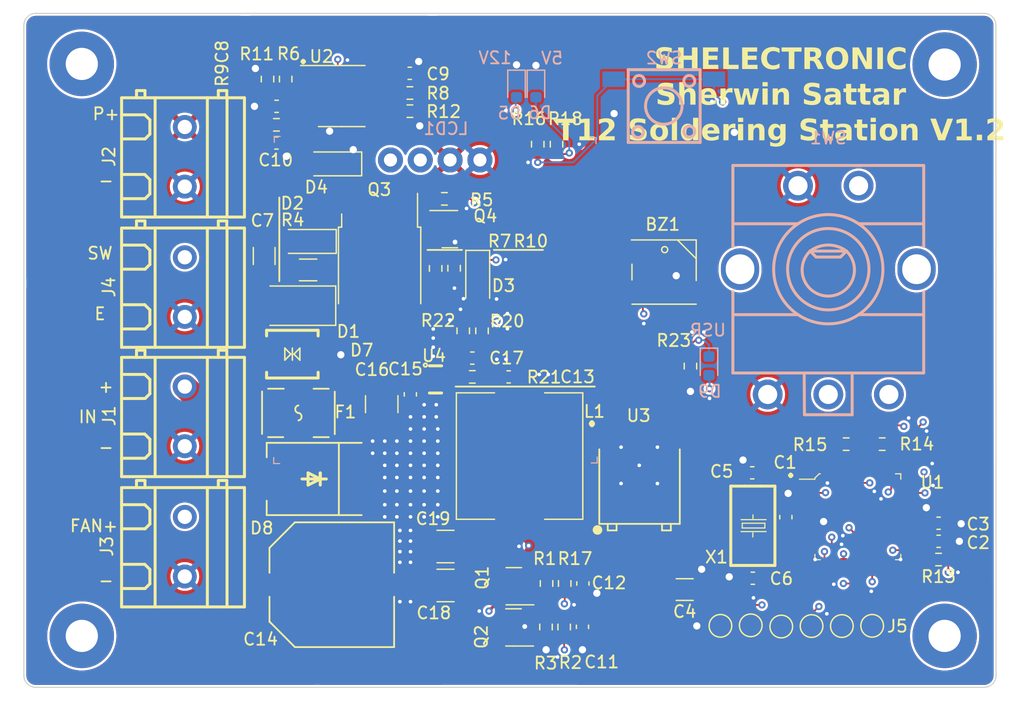
<source format=kicad_pcb>
(kicad_pcb (version 20221018) (generator pcbnew)
  (layers (0 "F.Cu" mixed) (1 "In1.Cu" power) (2 "In2.Cu" signal) (31 "B.Cu" power) (34 "B.Paste" user) (35 "F.Paste" user) (36 "B.SilkS" user "B.Silkscreen") (37 "F.SilkS" user "F.Silkscreen") (38 "B.Mask" user) (39 "F.Mask" user) (44 "Edge.Cuts" user))
  (net 0 "")
  (net 1 "D5")
  (net 2 "GND")
  (net 4 "5V")
  (net 5 "AREF")
  (net 6 "XTAL1")
  (net 7 "XTAL2")
  (net 8 "Net-(D1-K)")
  (net 9 "P+")
  (net 10 "Net-(D4-A)")
  (net 11 "12V")
  (net 12 "Net-(C13-Pad1)")
  (net 13 "Net-(U4-SW)")
  (net 14 "Vin")
  (net 15 "Net-(U4-SS)")
  (net 16 "Net-(D2-K)")
  (net 17 "ADC1")
  (net 18 "Net-(D5-A)")
  (net 19 "Net-(D6-A)")
  (net 20 "Net-(D9-K)")
  (net 21 "Net-(D9-A)")
  (net 22 "Net-(F1-Pad1)")
  (net 23 "FAN")
  (net 24 "D10")
  (net 25 "MISO")
  (net 26 "SCK")
  (net 27 "MOSI")
  (net 28 "RESET")
  (net 29 "SCL")
  (net 30 "SDA")
  (net 31 "Net-(Q1-G)")
  (net 32 "Net-(Q2-B)")
  (net 33 "Net-(Q4-B)")
  (net 34 "D4")
  (net 35 "D9")
  (net 36 "ADC0")
  (net 37 "Net-(U2--IN_A)")
  (net 38 "Net-(U2-+IN_B)")
  (net 39 "Net-(U4-FB)")
  (net 40 "Net-(U4-BST)")
  (net 41 "D7")
  (net 42 "D8")
  (net 43 "D6")
  (net 51 "Net-(U2--IN_B)")
  (footprint "Resistor_SMD:R_1206_3216Metric" (layer "F.Cu") (at 75.8698 109.093)
    (fp_text reference "R4")
    (fp_text value "1k")
  )
  (footprint "MountingHole:MountingHole_2.7mm_M2.5_Pad_TopBottom" (layer "F.Cu") (at 129.2352 139.7762)
    (fp_text reference "H4" hide)
    (fp_text value "MountingHole")
  )
  (footprint "easyeda2kicad:SOT-583-8_L2.1-W1.2-P0.50-LS1.6-BR" (layer "F.Cu") (at 86.552 118.272 180)
    (fp_text reference "U4")
    (fp_text value "TPS62933DRLR")
  )
  (footprint "Resistor_SMD:R_0603_1608Metric" (layer "F.Cu") (at 87.2975 103.1342 180)
    (fp_text reference "R5")
    (fp_text value "10k")
  )
  (footprint "SHERWIN_FOOTPRINT:Buzzer" (layer "F.Cu") (at 105.6894 99.9998)
    (fp_text reference "BZ1")
    (fp_text value "~")
  )
  (footprint "MountingHole:MountingHole_2.7mm_M2.5_Pad_TopBottom" (layer "F.Cu") (at 129.2352 91.8718)
    (fp_text reference "H3" hide)
    (fp_text value "MountingHole")
  )
  (footprint "Resistor_SMD:R_0603_1608Metric" (layer "F.Cu") (at 88.8754 114.1992 90)
    (fp_text reference "R22")
    (fp_text value "10k")
  )
  (footprint "Capacitor_SMD:C_0603_1608Metric" (layer "F.Cu") (at 98.9076 135.382 -90)
    (fp_text reference "C12")
    (fp_text value "330n")
  )
  (footprint "Package_TO_SOT_SMD:TO-252-2" (layer "F.Cu") (at 81.8642 108.8154 -90)
    (fp_text reference "Q3")
    (fp_text value "IRLR7843TRPBF")
  )
  (footprint "Capacitor_SMD:C_0603_1608Metric" (layer "F.Cu") (at 84.442 119.522 -90)
    (fp_text reference "C15")
    (fp_text value "100n")
  )
  (footprint "easyeda2kicad:CONN-TH_2P-P5.00_WJ128V-5.0-2P" (layer "F.Cu") (at 65.532 121.372 -90)
    (fp_text reference "J1")
    (fp_text value "20V- 2A")
  )
  (footprint "digikey-footprints:TQFP-32_7x7mm" (layer "F.Cu") (at 121.9618 129.788)
    (fp_text reference "U1")
    (fp_text value "ATMEGA328PB-AU")
  )
  (footprint "easyeda2kicad:CONN-TH_2P-P5.00_WJ128V-5.0-2P" (layer "F.Cu") (at 65.532 110.53 -90)
    (fp_text reference "J4")
    (fp_text value "SW E IRON")
  )
  (footprint "easyeda2kicad:SMC_L6.9-W5.9-LS7.9-RD" (layer "F.Cu") (at 76.3778 126.619 180)
    (fp_text reference "D8")
    (fp_text value "SK104C")
  )
  (footprint "Capacitor_SMD:C_0603_1608Metric" (layer "F.Cu") (at 113.1062 126.1004)
    (fp_text reference "C5")
    (fp_text value "22p")
  )
  (footprint "Capacitor_SMD:C_0603_1608Metric" (layer "F.Cu") (at 89.6374 116.4852)
    (fp_text reference "C17")
    (fp_text value "33n")
  )
  (footprint "Capacitor_SMD:C_0603_1608Metric" (layer "F.Cu") (at 113.157 134.9396)
    (fp_text reference "C6")
    (fp_text value "22p")
  )
  (footprint "Resistor_SMD:R_0603_1608Metric" (layer "F.Cu") (at 84.4042 95.7834 180)
    (fp_text reference "R12")
    (fp_text value "10k")
  )
  (footprint "Resistor_SMD:R_0603_1608Metric" (layer "F.Cu") (at 97.3836 135.382 -90)
    (fp_text reference "R17")
    (fp_text value "8.9k")
  )
  (footprint "Capacitor_SMD:C_0603_1608Metric" (layer "F.Cu") (at 92.6854 118.06)
    (fp_text reference "C13")
    (fp_text value "100n")
  )
  (footprint "Package_TO_SOT_SMD:SOT-23" (layer "F.Cu") (at 93.091 139.065 180)
    (fp_text reference "Q2")
    (fp_text value "MMBT2222A")
  )
  (footprint "MountingHole:MountingHole_2.7mm_M2.5_Pad_TopBottom" (layer "F.Cu") (at 56.896 139.7762)
    (fp_text reference "H2" hide)
    (fp_text value "MountingHole")
  )
  (footprint "Resistor_SMD:R_0603_1608Metric" (layer "F.Cu") (at 124.0028 123.698)
    (fp_text reference "R14")
    (fp_text value "10k")
  )
  (footprint "Capacitor_SMD:C_1210_3225Metric" (layer "F.Cu") (at 87.39 132.284 180)
    (fp_text reference "C19")
    (fp_text value "22u")
  )
  (footprint "Package_SO:SOIC-8_3.9x4.9mm_P1.27mm" (layer "F.Cu") (at 78.6892 94.5134)
    (fp_text reference "U2")
    (fp_text value "OPA2333AIDR")
  )
  (footprint "Resistor_SMD:R_0603_1608Metric" (layer "F.Cu") (at 96.6978 98.552 -90)
    (fp_text reference "R18")
    (fp_text value "1.5k")
  )
  (footprint "MountingHole:MountingHole_2.7mm_M2.5_Pad_TopBottom" (layer "F.Cu") (at 56.896 91.821)
    (fp_text reference "H1" hide)
    (fp_text value "MountingHole")
  )
  (footprint "Capacitor_SMD:C_1206_3216Metric" (layer "F.Cu") (at 107.442 135.89 180)
    (fp_text reference "C4")
    (fp_text value "47u")
  )
  (footprint "Capacitor_SMD:C_0603_1608Metric" (layer "F.Cu") (at 73.2152 98.4504 180)
    (fp_text reference "C10")
    (fp_text value "1u")
  )
  (footprint "Resistor_SMD:R_0603_1608Metric" (layer "F.Cu") (at 97.3378 139.02905 90)
    (fp_text reference "R2")
    (fp_text value "1k")
  )
  (footprint "Resistor_SMD:R_0603_1608Metric" (layer "F.Cu") (at 128.7272 133.3754 180)
    (fp_text reference "R13")
    (fp_text value "10k")
  )
  (footprint "Resistor_SMD:R_0603_1608Metric" (layer "F.Cu") (at 95.123 98.552 90)
    (fp_text reference "R16")
    (fp_text value "10k")
  )
  (footprint "Resistor_SMD:R_0603_1608Metric" (layer "F.Cu") (at 88.1103 108.9508 90)
    (fp_text reference "R10")
    (fp_text value "10k")
  )
  (footprint "Resistor_SMD:R_0603_1608Metric" (layer "F.Cu") (at 90.4502 114.1992 -90)
    (fp_text reference "R20")
    (fp_text value "140k")
  )
  (footprint "Diode_SMD:D_SMA" (layer "F.Cu") (at 74.676 112.0902 180)
    (fp_text reference "D1")
    (fp_text value "D_Schottky_SS54")
  )
  (footprint "Capacitor_SMD:C_0603_1608Metric" (layer "F.Cu") (at 115.9256 129.8194 -90)
    (fp_text reference "C1")
    (fp_text value "100n")
  )
  (footprint "Resistor_SMD:R_0603_1608Metric" (layer "F.Cu") (at 89.6374 118.06)
    (fp_text reference "R21")
    (fp_text value "0")
  )
  (footprint "Resistor_SMD:R_0603_1608Metric" (layer "F.Cu") (at 95.8138 139.02905 90)
    (fp_text reference "R3")
    (fp_text value "10k")
  )
  (footprint "Capacitor_SMD:C_0603_1608Metric" (layer "F.Cu") (at 84.3912 92.6084 180)
    (fp_text reference "C9")
    (fp_text value "100n")
  )
  (footprint "Capacitor_SMD:C_1206_3216Metric" (layer "F.Cu") (at 72.1868 107.9246 90)
    (fp_text reference "C7")
    (fp_text value "10u")
  )
  (footprint "Resistor_SMD:R_0603_1608Metric" (layer "F.Cu") (at 107.9246 117.157 -90)
    (fp_text reference "R23")
    (fp_text value "1.5k")
  )
  (footprint "Capacitor_SMD:C_1210_3225Metric" (layer "F.Cu") (at 87.39 135.548 180)
    (fp_text reference "C18")
    (fp_text value "22u")
  )
  (footprint "Capacitor_SMD:C_0603_1608Metric" (layer "F.Cu") (at 73.2282 95.377)
    (fp_text reference "C8")
    (fp_text value "2.2n")
  )
  (footprint "Capacitor_SMD:C_0603_1608Metric" (layer "F.Cu") (at 128.7312 131.8454 180)
    (fp_text reference "C2")
    (fp_text value "100n")
  )
  (footprint "Resistor_SMD:R_0603_1608Metric" (layer "F.Cu") (at 73.216 96.9264)
    (fp_text reference "R9")
    (fp_text value "10k")
  )
  (footprint "Resistor_SMD:R_0603_1608Metric" (layer "F.Cu") (at 95.8596 135.382 90)
    (fp_text reference "R1")
    (fp_text value "1k")
  )
  (footprint "easyeda2kicad:CAP-SMD_BD10.0-L10.3-W10.3-LS10.9-FD" (layer "F.Cu") (at 77.851 135.4836)
    (fp_text reference "C14")
    (fp_text value "680uF")
  )
  (footprint "easyeda2kicad:CONN-TH_2P-P5.00_WJ128V-5.0-2P" (layer "F.Cu") (at 65.532 132.294 -90)
    (fp_text reference "J3")
    (fp_text value "+12V FAN")
  )
  (footprint "easyeda2kicad:TO-252-2_L6.5-W6.1-P4.58-LS10.0-TL" (layer "F.Cu") (at 103.632 129.032 90)
    (fp_text reference "U3")
    (fp_text value "ME78M05K3G")
  )
  (footprint "Capacitor_SMD:C_0603_1608Metric" (layer "F.Cu") (at 128.735 130.33 180)
    (fp_text reference "C3")
    (fp_text value "100n")
  )
  (footprint "Resistor_SMD:R_0603_1608Metric" (layer "F.Cu") (at 120.9802 123.698 180)
    (fp_text reference "R15")
    (fp_text value "10k")
  )
  (footprint "easyeda2kicad:OSC-SMD_L5.0-W3.2" (layer "F.Cu") (at 113.157 130.538 90)
    (fp_text reference "X1")
    (fp_text value "16MHZ")
  )
  (footprint "Resistor_SMD:R_0603_1608Metric" (layer "F.Cu") (at 72.4662 93.091 -90)
    (fp_text reference "R11")
    (fp_text value "1k")
  )
  (footprint "easyeda2kicad:CONN-TH_2P-P5.00_WJ128V-5.0-2P" (layer "F.Cu") (at 65.532 99.608 -90)
    (fp_text reference "J2")
    (fp_text value "P+ P- IRON")
  )
  (footprint "easyeda2kicad:F1812" (layer "F.Cu") (at 75.057 121.0818)
    (fp_text reference "F1")
    (fp_text value "1812L300/24GR")
  )
  (footprint "SHERWIN_FOOTPRINT:ISP_1x6" (layer "F.Cu") (at 128.24 138.95 -90)
    (fp_text reference "J5")
    (fp_text value "~")
  )
  (footprint "Resistor_SMD:R_0603_1608Metric" (layer "F.Cu") (at 73.9902 93.091 -90)
    (fp_text reference "R6")
    (fp_text value "200k")
  )
  (footprint "Package_TO_SOT_SMD:SOT-23" (layer "F.Cu") (at 93.1164 135.6106 180)
    (fp_text reference "Q1")
    (fp_text value "PMOS")
  )
  (footprint "easyeda2kicad:DO-214AA_L4.4-W3.6-LS5.3-BI" (layer "F.Cu") (at 74.549 116.1542)
    (fp_text reference "D7")
    (fp_text value "P6SMB")
  )
  (footprint "Resistor_SMD:R_0603_1608Metric" (layer "F.Cu") (at 84.4042 94.2594 180)
    (fp_text reference "R8")
    (fp_text value "10k")
  )
  (footprint "Diode_SMD:D_SOD-123" (layer "F.Cu") (at 90.0915 109.8144 -90)
    (fp_text reference "D3")
    (fp_text value "D_Zener_5V1")
  )
  (footprint "Inductor_SMD:L_10.4x10.4_H4.8" (layer "F.Cu") (at 93.5998 124.6992 -90)
    (fp_text reference "L1")
    (fp_text value "15u")
  )
  (footprint "Capacitor_SMD:C_0603_1608Metric" (layer "F.Cu") (at 98.872 139.0165 -90)
    (fp_text reference "C11")
    (fp_text value "100n")
  )
  (footprint "Package_TO_SOT_SMD:SOT-23" (layer "F.Cu") (at 87.7547 105.6742)
    (fp_text reference "Q4")
    (fp_text value "FMMT619")
  )
  (footprint "Diode_SMD:D_SOD-123" (layer "F.Cu") (at 78.0034 100.203 180)
    (fp_text reference "D4")
    (fp_text value "1N4148W")
  )
  (footprint "Resistor_SMD:R_0603_1608Metric" (layer "F.Cu") (at 86.5632 108.966 90)
    (fp_text reference "R7")
    (fp_text value "47k")
  )
  (footprint "Diode_SMD:D_SOD-123" (layer "F.Cu") (at 75.8698 106.7054 180)
    (fp_text reference "D2")
    (fp_text value "D_Zener_18V")
  )
  (footprint "Capacitor_SMD:C_1210_3225Metric" (layer "F.Cu") (at 82.042 120.347 -90)
    (fp_text reference "C16")
    (fp_text value "10u")
  )
  (footprint "easyeda2kicad:SW-TH_PEC16-4020F-S0024" (layer "B.Cu") (at 119.4816 110.7824 180)
    (fp_text reference "SW1")
    (fp_text value "PEC16-4020F-S0024")
  )
  (footprint "SHERWIN_FOOTPRINT:oled0.96_4pin" (layer "B.Cu") (at 100.261 97.7414 180)
    (fp_text reference "LCD1")
    (fp_text value "SSD1306")
  )
  (footprint "LED_SMD:LED_0603_1608Metric" (layer "B.Cu") (at 94.9706 93.8276 -90)
    (fp_text reference "D6")
    (fp_text value "LED 2 blue")
  )
  (footprint "LED_SMD:LED_0603_1608Metric" (layer "B.Cu") (at 93.345 93.8276 -90)
    (fp_text reference "D5")
    (fp_text value "LED 1 blue")
  )
  (footprint "easyeda2kicad:KEY-SMD_4P-L6.0-W6.0-P4.50-LS9.0" (layer "B.Cu") (at 105.6894 95.3516 180)
    (fp_text reference "SW2")
    (fp_text value "PTS645SH50SMTR92LFS")
  )
  (footprint "LED_SMD:LED_0603_1608Metric" (layer "B.Cu") (at 109.4794 117.134 -90)
    (fp_text reference "D9")
    (fp_text value "LED3 red")
  )
  (gr_line (start 73.4568 110.0328) (end 73.4568 103.0224) (stroke (width 0.1524)) (layer "F.SilkS"))
  (gr_line (start 99.8982 118.872) (end 88.2396 118.872) (stroke (width 0.1524)) (layer "F.SilkS"))
  (gr_line (start 95.5548 107.4166) (end 91.44 107.4166) (stroke (width 0.1524)) (layer "F.SilkS"))
  (gr_line (start 88.773 107.4166) (end 85.8774 107.4166) (stroke (width 0.1524)) (layer "F.SilkS"))
  (gr_arc (start 53.03278 144.087321) (mid 52.3314 143.7968) (end 52.040879 143.09542) (stroke (width 0.1)) (layer "Edge.Cuts"))
  (gr_arc (start 52.040879 88.577201) (mid 52.3314 87.875821) (end 53.03278 87.5853) (stroke (width 0.1)) (layer "Edge.Cuts"))
  (gr_line (start 52.040879 88.577201) (end 52.040879 143.09542) (stroke (width 0.1)) (layer "Edge.Cuts"))
  (gr_arc (start 132.5446 87.5853) (mid 133.272345 87.903217) (end 133.533586 88.653176) (stroke (width 0.1)) (layer "Edge.Cuts"))
  (gr_line (start 132.55442 144.087322) (end 53.03278 144.087321) (stroke (width 0.1)) (layer "Edge.Cuts"))
  (gr_arc (start 133.546321 143.095421) (mid 133.255794 143.796794) (end 132.55442 144.087322) (stroke (width 0.1)) (layer "Edge.Cuts"))
  (gr_line (start 132.5446 87.5853) (end 53.0346 87.5853) (stroke (width 0.1)) (layer "Edge.Cuts"))
  (gr_line (start 133.533586 88.653176) (end 133.546321 143.095421) (stroke (width 0.1)) (layer "Edge.Cuts"))
  (gr_text "12V\n\n" (at 91.5416 92.1258) (layer "B.SilkS") (effects (font (size 1.016 1) (thickness 0.1524)) (justify mirror)))
  (gr_text "USR" (at 109.3978 114.1476) (layer "B.SilkS") (effects (font (size 1.016 1) (thickness 0.1524)) (justify mirror)))
  (gr_text "5V\n" (at 96.3168 91.3384) (layer "B.SilkS") (effects (font (size 1.016 1) (thickness 0.1524)) (justify mirror)))
  (gr_text "SHELECTRONIC\nSherwin Sattar\nT12 Soldering Station V1.2" (at 115.4938 98.5266) (layer "F.SilkS") (effects (font (size 1.778 1.778) (thickness 0.1778) bold) (justify bottom)))
  (gr_text "P+" (at 58.928 96.012) (layer "F.SilkS") (effects (font (size 1.016 1) (thickness 0.1524))))
  (gr_text "-\n" (at 58.928 135.128) (layer "F.SilkS") (effects (font (size 1.016 1) (thickness 0.1524))))
  (gr_text "FAN+" (at 57.912 130.556) (layer "F.SilkS") (effects (font (size 1.016 1) (thickness 0.1524))))
  (gr_text "E" (at 58.42 112.776) (layer "F.SilkS") (effects (font (size 1.016 1) (thickness 0.1524))))
  (gr_text "SW" (at 58.42 107.696) (layer "F.SilkS") (effects (font (size 1.016 1) (thickness 0.1524))))
  (gr_text "." (at 99.06 122.3518) (layer "F.SilkS") (effects (font (size 2.032 1.5) (thickness 0.375) bold) (justify left bottom)))
  (gr_text "-\n" (at 58.928 101.6) (layer "F.SilkS") (effects (font (size 1.016 1) (thickness 0.1524))))
  (gr_text "+" (at 58.928 118.872) (layer "F.SilkS") (effects (font (size 1.016 1) (thickness 0.1524))))
  (gr_text "." (at 115.7732 126.5936) (layer "F.SilkS") (effects (font (size 1.524 1.5) (thickness 0.3048) bold) (justify left bottom)))
  (gr_text "IN\n" (at 57.404 121.412) (layer "F.SilkS") (effects (font (size 1.016 1) (thickness 0.1524))))
  (gr_text "." (at 74.9046 91.8972) (layer "F.SilkS") (effects (font (size 1.524 1.5) (thickness 0.3048) bold) (justify left bottom)))
  (gr_text "-\n" (at 58.928 123.952) (layer "F.SilkS") (effects (font (size 1.016 1) (thickness 0.1524))))
  (segment (start 103.9368 110.998) (end 103.9622 110.998) (width 0.1524) (layer "F.Cu") (net 1))
  (segment (start 103.9368 112.6998) (end 103.9368 110.998) (width 0.1524) (layer "F.Cu") (net 1))
  (segment (start 119.1618 133.988) (end 119.1618 132.7) (width 0.1524) (layer "F.Cu") (net 1))
  (segment (start 119.1618 132.7) (end 119.1514 132.6896) (width 0.1524) (layer "F.Cu") (net 1))
  (segment (start 104.013 112.776) (end 103.9368 112.6998) (width 0.1524) (layer "F.Cu") (net 1))
  (via (at 119.1618 132.7) (size 0.6096) (drill 0.3048) (layers "F.Cu" "B.Cu") (net 1))
  (via (at 104.013 112.776) (size 0.6096) (drill 0.3048) (layers "F.Cu" "B.Cu") (net 1))
  (segment (start 107.4928 110.998) (end 107.4928 110.3376) (width 0.762) (layer "F.Cu") (net 2))
  (segment (start 72.4532 95.377) (end 71.4248 95.377) (width 0.508) (layer "F.Cu") (net 2))
  (segment (start 116.1161 127.8255) (end 115.9256 128.016) (width 0.508) (layer "F.Cu") (net 2))
  (segment (start 88.0568 106.6242) (end 86.8172 106.6242) (width 0.508) (layer "F.Cu") (net 2))
  (segment (start 71.5142 92.266) (end 72.4662 92.266) (width 0.508) (layer "F.Cu") (net 2))
  (segment (start 116.4212 129.0444) (end 116.8776 128.588) (width 0.508) (layer "F.Cu") (net 2))
  (segment (start 108.917 135.89) (end 108.917 134.2408) (width 0.762) (layer "F.Cu") (net 2))
  (segment (start 94.0285 138.9865) (end 94.0308 138.9888) (width 0.508) (layer "F.Cu") (net 2))
  (segment (start 78.5622 116.1542) (end 78.613 116.205) (width 0.762) (layer "F.Cu") (net 2))
  (segment (start 85.1662 92.6084) (end 85.1662 91.6427) (width 0.508) (layer "F.Cu") (net 2))
  (segment (start 115.9256 128.016) (end 115.9256 129.0444) (width 0.508) (layer "F.Cu") (net 2))
  (segment (start 79.6534 100.203) (end 79.6534 99.0102) (width 0.762) (layer "F.Cu") (net 2))
  (segment (start 130.6232 130.3722) (end 129.5186 130.3722) (width 0.508) (layer "F.Cu") (net 2))
  (segment (start 98.872 140.9355) (end 98.8712 140.9363) (width 0.254) (layer "F.Cu") (net 2))
  (segment (start 111.1758 134.874) (end 111.2414 134.9396) (width 0.762) (layer "F.Cu") (net 2))
  (segment (start 88.1888 106.7562) (end 88.0568 106.6242) (width 0.508) (layer "F.Cu") (net 2))
  (segment (start 127.3402 129.388) (end 126.1618 129.388) (width 0.508) (layer "F.Cu") (net 2))
  (segment (start 77.6732 96.6978) (end 77.3938 96.4184) (width 0.508) (layer "F.Cu") (net 2))
  (segment (start 95.8138 140.9269) (end 95.8232 140.9363) (width 0.762) (layer "F.Cu") (net 2))
  (segment (start 130.4708 131.8454) (end 129.5062 131.8454) (width 0.508) (layer "F.Cu") (net 2))
  (segment (start 107.4928 110.3376) (end 106.7308 109.5756) (width 0.762) (layer "F.Cu") (net 2))
  (segment (start 111.1758 134.8232) (end 111.1758 134.874) (width 0.762) (layer "F.Cu") (net 2))
  (segment (start 107.9246 117.982) (end 107.9246 119.2784) (width 0.762) (layer "F.Cu") (net 2))
  (segment (start 98.9076 136.157) (end 100.0382 136.157) (width 0.762) (layer "F.Cu") (net 2))
  (segment (start 94.0285 138.115) (end 94.0285 138.9865) (width 0.508) (layer "F.Cu") (net 2))
  (segment (start 95.8138 139.85405) (end 95.8138 140.9269) (width 0.762) (layer "F.Cu") (net 2))
  (segment (start 73.9902 98.4504) (end 73.9902 99.5172) (width 0.508) (layer "F.Cu") (net 2))
  (segment (start 98.872 139.7915) (end 98.872 140.9355) (width 0.762) (layer "F.Cu") (net 2))
  (segment (start 85.2292 97.0158) (end 85.2292 95.7834) (width 0.508) (layer "F.Cu") (net 2))
  (segment (start 112.3312 125.0318) (end 112.3312 126.1004) (width 0.762) (layer "F.Cu") (net 2))
  (segment (start 77.6732 97.4598) (end 77.6732 96.6978) (width 0.508) (layer "F.Cu") (net 2))
  (segment (start 79.6534 99.0102) (end 79.6544 99.0092) (width 0.762) (layer "F.Cu") (net 2))
  (segment (start 108.917 134.2408) (end 108.8644 134.1882) (width 0.762) (layer "F.Cu") (net 2))
  (segment (start 79.6534 100.203) (end 79.6544 100.202) (width 0.762) (layer "F.Cu") (net 2))
  (segment (start 117.7618 130.188) (end 119.0882 130.188) (width 0.508) (layer "F.Cu") (net 2))
  (segment (start 111.2414 134.9396) (end 112.382 134.9396) (width 0.762) (layer "F.Cu") (net 2))
  (segment (start 116.8776 128.588) (end 117.7618 128.588) (width 0.508) (layer "F.Cu") (net 2))
  (segment (start 71.4502 92.202) (end 71.5142 92.266) (width 0.508) (layer "F.Cu") (net 2))
  (segment (start 115.9256 129.0444) (end 116.4212 129.0444) (width 0.508) (layer "F.Cu") (net 2))
  (segment (start 110.432 138.938) (end 110.44 138.93) (width 0.762) (layer "F.Cu") (net 2))
  (segment (start 108.458 138.938) (end 110.432 138.938) (width 0.762) (layer "F.Cu") (net 2))
  (segment (start 76.759 116.1542) (end 78.5622 116.1542) (width 0.762) (layer "F.Cu") (net 2))
  (segment (start 71.2724 95.2754) (end 71.374 95.377) (width 0.2032) (layer "F.Cu") (net 2))
  (segment (start 100.0382 136.157) (end 100.076 136.1948) (width 0.762) (layer "F.Cu") (net 2))
  (segment (start 73.9902 99.5172) (end 74.041 99.568) (width 0.2032) (layer "F.Cu") (net 2))
  (segment (start 77.3938 96.4184) (end 76.2142 96.4184) (width 0.508) (layer "F.Cu") (net 2))
  (segment (start 71.2724 95.2246) (end 71.2724 95.2754) (width 0.2032) (layer "F.Cu") (net 2))
  (segment (start 85.1662 91.6427) (end 85.1408 91.6173) (width 0.508) (layer "F.Cu") (net 2))
  (segment (start 127.7022 129.026) (end 127.3402 129.388) (width 0.508) (layer "F.Cu") (net 2))
  (via (at 85.598 120.396) (size 0.6096) (drill 0.3048) (layers "F.Cu" "B.Cu") (net 2))
  (via (at 84.455 126.492) (size 0.6096) (drill 0.3048) (layers "F.Cu" "B.Cu") (net 2))
  (via (at 82.296 129.794) (size 0.6096) (drill 0.3048) (layers "F.Cu" "B.Cu") (net 2))
  (via (at 86.614 120.396) (size 0.6096) (drill 0.3048) (layers "F.Cu" "B.Cu") (net 2))
  (via (at 128.258514 127.166088) (size 0.6096) (drill 0.3048) (layers "F.Cu" "B.Cu") (net 2))
  (via (at 95.8232 140.9363) (size 0.9144) (drill 0.6096) (layers "F.Cu" "B.Cu") (net 2))
  (via (at 106.7308 109.5756) (size 0.9144) (drill 0.6096) (layers "F.Cu" "B.Cu") (net 2))
  (via (at 84.455 125.476) (size 0.6096) (drill 0.3048) (layers "F.Cu" "B.Cu") (net 2))
  (via (at 102.108 127) (size 0.6096) (drill 0.3048) (layers "F.Cu" "B.Cu") (net 2))
  (via (at 71.4502 92.202) (size 0.9144) (drill 0.6096) (layers "F.Cu" "B.Cu") (net 2))
  (via (at 83.312 129.794) (size 0.6096) (drill 0.3048) (layers "F.Cu" "B.Cu") (net 2))
  (via (at 92.456 116.586) (size 0.6096) (drill 0.3048) (layers "F.Cu" "B.Cu") (net 2))
  (via (at 92.457015 95.710792) (size 0.6096) (drill 0.3048) (layers "F.Cu" "B.Cu") (net 2))
  (via (at 98.8712 140.9363) (size 0.9144) (drill 0.6096) (layers "F.Cu" "B.Cu") (net 2))
  (via (at 93.345 91.8972) (size 0.9144) (drill 0.6096) (layers "F.Cu" "B.Cu") (net 2))
  (via (at 84.455 130.937) (size 0.6096) (drill 0.3048) (layers "F.Cu" "B.Cu") (net 2))
  (via (at 89.154 103.936303) (size 0.6096) (drill 0.3048) (layers "F.Cu" "B.Cu") (net 2))
  (via (at 82.296 128.778) (size 0.6096) (drill 0.3048) (layers "F.Cu" "B.Cu") (net 2))
  (via (at 91.694 116.586) (size 0.6096) (drill 0.3048) (layers "F.Cu" "B.Cu") (net 2))
  (via (at 78.613 116.205) (size 0.9144) (drill 0.6096) (layers "F.Cu" "B.Cu") (net 2))
  (via (at 82.296 126.492) (size 0.6096) (drill 0.3048) (layers "F.Cu" "B.Cu") (net 2))
  (via (at 104.013 113.588303) (size 0.6096) (drill 0.3048) (layers "F.Cu" "B.Cu") (net 2))
  (via (at 83.312 125.476) (size 0.6096) (drill 0.3048) (layers "F.Cu" "B.Cu") (net 2))
  (via (at 113.207222 136.585981) (size 0.6096) (drill 0.3048) (layers "F.Cu" "B.Cu") (net 2))
  (via (at 111.1758 134.8232) (size 0.9144) (drill 0.6096) (layers "F.Cu" "B.Cu") (net 2))
  (via (at 128.1938 125.3236) (size 0.6096) (drill 0.3048) (layers "F.Cu" "B.Cu") (net 2))
  (via (at 90.221297 137.6929) (size 0.6096) (drill 0.3048) (layers "F.Cu" "B.Cu") (net 2))
  (via (at 116.1161 127.8255) (size 0.9144) (drill 0.6096) (layers "F.Cu" "B.Cu") (net 2))
  (via (at 85.598 127.635) (size 0.6096) (drill 0.3048) (layers "F.Cu" "B.Cu") (net 2))
  (via (at 84.455 128.778) (size 0.6096) (drill 0.3048) (layers "F.Cu" "B.Cu") (net 2))
  (via (at 120.592283 132.098383) (size 0.6096) (drill 0.3048) (layers "F.Cu" "B.Cu") (net 2))
  (via (at 84.455 121.412) (size 0.6096) (drill 0.3048) (layers "F.Cu" "B.Cu") (net 2))
  (via (at 83.566 132.715) (size 0.6096) (drill 0.3048) (layers "F.Cu" "B.Cu") (net 2))
  (via (at 85.598 124.46) (size 0.6096) (drill 0.3048) (layers "F.Cu" "B.Cu") (net 2))
  (via (at 109.5248 119.862103) (size 0.6096) (drill 0.3048) (layers "F.Cu" "B.Cu") (net 2))
  (via (at 74.041 99.568) (size 0.9144) (drill 0.6096) (layers "F.Cu" "B.Cu") (net 2))
  (via (at 86.741 124.46) (size 0.6096) (drill 0.3048) (layers "F.Cu" "B.Cu") (net 2))
  (via (at 83.566 136.906) (size 0.6096) (drill 0.3048) (layers "F.Cu" "B.Cu") (net 2))
  (via (at 105.156 123.952) (size 0.6096) (drill 0.3048) (layers "F.Cu" "B.Cu") (net 2))
  (via (at 79.6544 99.0092) (size 0.9144) (drill 0.6096) (layers "F.Cu" "B.Cu") (net 2))
  (via (at 81.28 124.46) (size 0.6096) (drill 0.3048) (layers "F.Cu" "B.Cu") (net 2))
  (via (at 109.046505 114.300492) (size 0.6096) (drill 0.3048) (layers "F.Cu" "B.Cu") (net 2))
  (via (at 127.723399 122.601959) (size 0.6096) (drill 0.3048) (layers "F.Cu" "B.Cu") (net 2))
  (via (at 85.598 128.778) (size 0.6096) (drill 0.3048) (layers "F.Cu" "B.Cu") (net 2))
  (via (at 84.455 133.604) (size 0.6096) (drill 0.3048) (layers "F.Cu" "B.Cu") (net 2))
  (via (at 85.598 121.412) (size 0.6096) (drill 0.3048) (layers "F.Cu" "B.Cu") (net 2))
  (via (at 98.6028 98.552) (size 0.6096) (drill 0.3048) (layers "F.Cu" "B.Cu") (net 2))
  (via (at 88.1888 106.7562) (size 0.8) (drill 0.4) (layers "F.Cu" "B.Cu") (net 2))
  (via (at 127.7022 129.026) (size 0.9144) (drill 0.6096) (layers "F.Cu" "B.Cu") (net 2))
  (via (at 83.312 128.778) (size 0.6096) (drill 0.3048) (layers "F.Cu" "B.Cu") (net 2))
  (via (at 91.6686 111.5314) (size 0.6096) (drill 0.3048) (layers "F.Cu" "B.Cu") (net 2))
  (via (at 102.108 123.952) (size 0.6096) (drill 0.3048) (layers "F.Cu" "B.Cu") (net 2))
  (via (at 130.6232 130.3722) (size 0.9144) (drill 0.6096) (layers "F.Cu" "B.Cu") (net 2))
  (via (at 82.296 127.635) (size 0.6096) (drill 0.3048) (layers "F.Cu" "B.Cu") (net 2))
  (via (at 86.36 114.808) (size 0.6096) (drill 0.3048) (layers "F.Cu" "B.Cu") (net 2))
  (via (at 84.455 127.635) (size 0.6096) (drill 0.3048) (layers "F.Cu" "B.Cu") (net 2))
  (via (at 83.312 123.444) (size 0.6096) (drill 0.3048) (layers "F.Cu" "B.Cu") (net 2))
  (via (at 98.166191 137.167385) (size 0.6096) (drill 0.3048) (layers "F.Cu" "B.Cu") (net 2))
  (via (at 83.312 127.635) (size 0.6096) (drill 0.3048) (layers "F.Cu" "B.Cu") (net 2))
  (via (at 94.9706 91.948) (size 0.9144) (drill 0.6096) (layers "F.Cu" "B.Cu") (net 2))
  (via (at 83.312 124.46) (size 0.6096) (drill 0.3048) (layers "F.Cu" "B.Cu") (net 2))
  (via (at 85.598 123.444) (size 0.6096) (drill 0.3048) (layers "F.Cu" "B.Cu") (net 2))
  (via (at 96.012 117.856) (size 0.6096) (drill 0.3048) (layers "F.Cu" "B.Cu") (net 2))
  (via (at 82.296 123.444) (size 0.6096) (drill 0.3048) (layers "F.Cu" "B.Cu") (net 2))
  (via (at 130.352303 134.4422) (size 0.6096) (drill 0.3048) (layers "F.Cu" "B.Cu") (net 2))
  (via (at 85.1408 91.6173) (size 0.9144) (drill 0.6096) (layers "F.Cu" "B.Cu") (net 2))
  (via (at 84.455 122.428) (size 0.6096) (drill 0.3048) (layers "F.Cu" "B.Cu") (net 2))
  (via (at 83.566 133.604) (size 0.6096) (drill 0.3048) (layers "F.Cu" "B.Cu") (net 2))
  (via (at 84.455 129.794) (size 0.6096) (drill 0.3048) (layers "F.Cu" "B.Cu") (net 2))
  (via (at 118.379298 133.370502) (size 0.6096) (drill 0.3048) (layers "F.Cu" "B.Cu") (net 2))
  (via (at 105.156 127) (size 0.6096) (drill 0.3048) (layers "F.Cu" "B.Cu") (net 2))
  (via (at 84.455 136.906) (size 0.6096) (drill 0.3048) (layers "F.Cu" "B.Cu") (net 2))
  (via (at 86.36 115.57) (size 0.6096) (drill 0.3048) (layers "F.Cu" "B.Cu") (net 2))
  (via (at 92.583 114.0209) (size 0.6096) (drill 0.3048) (layers "F.Cu" "B.Cu") (net 2))
  (via (at 108.049525 114.3) (size 0.6096) (drill 0.3048) (layers "F.Cu" "B.Cu") (net 2))
  (via (at 83.566 130.937) (size 0.6096) (drill 0.3048) (layers "F.Cu" "B.Cu") (net 2))
  (via (at 84.455 131.826) (size 0.6096) (drill 0.3048) (layers "F.Cu" "B.Cu") (net 2))
  (via (at 88.646 112.395) (size 0.6096) (drill 0.3048) (layers "F.Cu" "B.Cu") (net 2))
  (via (at 119.357825 137.9215) (size 0.6096) (drill 0.3048) (layers "F.Cu" "B.Cu") (net 2))
  (via (at 86.741 122.428) (size 0.6096) (drill 0.3048) (layers "F.Cu" "B.Cu") (net 2))
  (via (at 86.36 116.332) (size 0.6096) (drill 0.3048) (layers "F.Cu" "B.Cu") (net 2))
  (via (at 108.458 138.938) (size 0.9144) (drill 0.6096) (layers "F.Cu" "B.Cu") (net 2))
  (via (at 123.086365 136.038392) (size 0.6096) (drill 0.3048) (layers "F.Cu" "B.Cu") (net 2))
  (via (at 123.3424 127.6599) (size 0.6096) (drill 0.3048) (layers "F.Cu" "B.Cu") (net 2))
  (via (at 82.296 124.46) (size 0.6096) (drill 0.3048) (layers "F.Cu" "B.Cu") (net 2))
  (via (at 126.221435 121.505073) (size 0.6096) (drill 0.3048) (layers "F.Cu" "B.Cu") (net 2))
  (via (at 88.138 110.617) (size 0.6096) (drill 0.3048) (layers "F.Cu" "B.Cu") (net 2))
  (via (at 85.598 122.428) (size 0.6096) (drill 0.3048) (layers "F.Cu" "B.Cu") (net 2))
  (via (at 94.310697 100.076) (size 0.6096) (drill 0.3048) (layers "F.Cu" "B.Cu") (net 2))
  (via (at 123.9017 128.285585) (size 0.6096) (drill 0.3048) (layers "F.Cu" "B.Cu") (net 2))
  (via (at 95.25 117.856) (size 0.6096) (drill 0.3048) (layers "F.Cu" "B.Cu") (net 2))
  (via (at 96.780215 141.543189) (size 0.6096) (drill 0.3048) (layers "F.Cu" "B.Cu") (net 2))
  (via (at 94.0308 138.9888) (size 0.8) (drill 0.4) (layers "F.Cu" "B.Cu") (net 2))
  (via (at 84.455 124.46) (size 0.6096) (drill 0.3048) (layers "F.Cu" "B.Cu") (net 2))
  (via (at 86.741 123.444) (size 0.6096) (drill 0.3048) (layers "F.Cu" "B.Cu") (net 2))
  (via (at 101.5238 95.9866) (size 0.9144) (drill 0.6096) (layers "F.Cu" "B.Cu") (net 2))
  (via (at 88.9 111.506) (size 0.6096) (drill 0.3048) (layers "F.Cu" "B.Cu") (net 2))
  (via (at 86.741 129.794) (size 0.6096) (drill 0.3048) (layers "F.Cu" "B.Cu") (net 2))
  (via (at 92.429502 108.22358) (size 0.6096) (drill 0.3048) (layers "F.Cu" "B.Cu") (net 2))
  (via (at 100.076 136.1948) (size 0.9144) (drill 0.6096) (layers "F.Cu" "B.Cu") (net 2))
  (via (at 86.36 114.046) (size 0.6096) (drill 0.3048) (layers "F.Cu" "B.Cu") (net 2))
  (via (at 82.296 125.476) (size 0.6096) (drill 0.3048) (layers "F.Cu" "B.Cu") (net 2))
  (via (at 83.312 126.492) (size 0.6096) (drill 0.3048) (layers "F.Cu" "B.Cu") (net 2))
  (via (at 103.632 125.476) (size 0.6096) (drill 0.3048) (layers "F.Cu" "B.Cu") (net 2))
  (via (at 83.566 131.826) (size 0.6096) (drill 0.3048) (layers "F.Cu" "B.Cu") (net 2))
  (via (at 109.726793 94.967191) (size 0.6096) (drill 0.3048) (layers "F.Cu" "B.Cu") (net 2))
  (via (at 71.374 95.377) (size 0.9144) (drill 0.6096) (layers "F.Cu" "B.Cu") (net 2))
  (via (at 125.544302 133.370502) (size 0.6096) (drill 0.3048) (layers "F.Cu" "B.Cu") (net 2))
  (via (at 86.741 126.492) (size 0.6096) (drill 0.3048) (layers "F.Cu" "B.Cu") (net 2))
  (via (at 84.455 123.444) (size 0.6096) (drill 0.3048) (layers "F.Cu" "B.Cu") (net 2))
  (via (at 86.741 125.476) (size 0.6096) (drill 0.3048) (layers "F.Cu" "B.Cu") (net 2))
  (via (at 85.2292 97.0158) (size 0.9144) (drill 0.6096) (layers "F.Cu" "B.Cu") (net 2))
  (via (at 111.6076 97.5614) (size 0.9144) (drill 0.6096) (layers "F.Cu" "B.Cu") (net 2))
  (via (at 119.4049 126.960749) (size 0.6096) (drill 0.3048) (layers "F.Cu" "B.Cu") (net 2))
  (via (at 119.94169 135.4443) (size 0.6096) (drill 0.3048) (layers "F.Cu" "B.Cu") (net 2))
  (via (at 77.6732 97.4598) (size 0.9144) (drill 0.6096) (layers "F.Cu" "B.Cu") (net 2))
  (via (at 112.3312 125.0318) (size 0.9144) (drill 0.6096) (layers "F.Cu" "B.Cu") (net 2))
  (via (at 120.7008 131.3688) (size 0.6096) (drill 0.3048) (layers "F.Cu" "B.Cu") (net 2))
  (via (at 81.28 123.444) (size 0.6096) (drill 0.3048) (layers "F.Cu" "B.Cu") (net 2))
  (via (at 107.9246 119.2784) (size 0.9144) (drill 0.6096) (layers "F.Cu" "B.Cu") (net 2))
  (via (at 85.598 125.476) (size 0.6096) (drill 0.3048) (layers "F.Cu" "B.Cu") (net 2))
  (via (at 92.583 112.7519) (size 0.6096) (drill 0.3048) (layers "F.Cu" "B.Cu") (net 2))
  (via (at 79.169239 91.497874) (size 0.6096) (drill 0.3048) (layers "F.Cu" "B.Cu") (net 2))
  (via (at 85.598 129.794) (size 0.6096) (drill 0.3048) (layers "F.Cu" "B.Cu") (net 2))
  (via (at 86.741 127.635) (size 0.6096) (drill 0.3048) (layers "F.Cu" "B.Cu") (net 2))
  (via (at 85.598 126.492) (size 0.6096) (drill 0.3048) (layers "F.Cu" "B.Cu") (net 2))
  (via (at 84.455 132.715) (size 0.6096) (drill 0.3048) (layers "F.Cu" "B.Cu") (net 2))
  (via (at 108.8644 134.1882) (size 0.9144) (drill 0.6096) (layers "F.Cu" "B.Cu") (net 2))
  (via (at 86.614 121.412) (size 0.6096) (drill 0.3048) (layers "F.Cu" "B.Cu") (net 2))
  (via (at 87.757 113.284) (size 0.6096) (drill 0.3048) (layers "F.Cu" "B.Cu") (net 2))
  (via (at 93.550761 132.264874) (size 0.6096) (drill 0.3048) (layers "F.Cu" "B.Cu") (net 2))
  (via (at 86.741 128.778) (size 0.6096) (drill 0.3048) (layers "F.Cu" "B.Cu") (net 2))
  (via (at 130.4708 131.8454) (size 0.9144) (drill 0.6096) (layers "F.Cu" "B.Cu") (net 2))
  (via (at 119.0882 130.188) (size 0.9144) (drill 0.6096) (layers "F.Cu" "B.Cu") (net 2))
  (segment (start 109.9296 97.5614) (end 109.8894 97.6016) (width 0.762) (layer "B.Cu") (net 2))
  (segment (start 94.7929 93.3449) (end 94.8436 93.2942) (width 0.2032) (layer "B.Cu") (net 2))
  (segment (start 111.6076 97.5614) (end 109.9296 97.5614) (width 0.762) (layer "B.Cu") (net 2))
  (segment (start 101.5238 97.5672) (end 101.4894 97.6016) (width 0.762) (layer "B.Cu") (net 2))
  (segment (start 101.5238 95.9866) (end 101.5238 97.5672) (width 0.762) (layer "B.Cu") (net 2))
  (segment (start 93.345 93.0401) (end 93.345 91.8972) (width 0.762) (layer "B.Cu") (net 2))
  (segment (start 94.9706 93.0401) (end 94.9706 91.948) (width 0.762) (layer "B.Cu") (net 2))
  (segment (start 81.1642 92.6084) (end 83.5422 92.6084) (width 0.508) (layer "F.Cu") (net 4))
  (segment (start 83.6162 92.6084) (end 83.6162 94.2224) (width 0.508) (layer "F.Cu") (net 4))
  (segment (start 117.7618 130.988) (end 116.3192 130.988) (width 0.508) (layer "F.Cu") (net 4))
  (segment (start 126.1618 131.788) (end 127.8988 131.788) (width 0.508) (layer "F.Cu") (net 4))
  (segment (start 83.5422 92.6084) (end 83.5792 92.6454) (width 0.508) (layer "F.Cu") (net 4))
  (segment (start 83.6162 94.2224) (end 83.5792 94.2594) (width 0.381) (layer "F.Cu") (net 4))
  (segment (start 116.3192 130.988) (end 115.9256 130.5944) (width 0.508) (layer "F.Cu") (net 4))
  (segment (start 127.9686 130.3386) (end 127.818 130.188) (width 0.1524) (layer "F.Cu") (net 5))
  (segment (start 127.9686 130.3722) (end 127.9686 130.3386) (width 0.1524) (layer "F.Cu") (net 5))
  (segment (start 127.818 130.188) (end 126.1618 130.188) (width 0.1524) (layer "F.Cu") (net 5))
  (segment (start 117.7302 131.8196) (end 117.7618 131.788) (width 0.1524) (layer "F.Cu") (net 6))
  (segment (start 115.3354 131.8196) (end 117.7302 131.8196) (width 0.1524) (layer "F.Cu") (net 6))
  (segment (start 113.157 129.6412) (end 115.3354 131.8196) (width 0.1524) (layer "F.Cu") (net 6))
  (segment (start 113.157 127.8128) (end 113.8812 127.0886) (width 0.1524) (layer "F.Cu") (net 6))
  (segment (start 113.8812 127.0886) (end 113.8812 126.1004) (width 0.1524) (layer "F.Cu") (net 6))
  (segment (start 113.157 128.488) (end 113.157 129.6412) (width 0.1524) (layer "F.Cu") (net 6))
  (segment (start 113.157 128.488) (end 113.157 127.8128) (width 0.1524) (layer "F.Cu") (net 6))
  (segment (start 113.157 133.497) (end 113.932 134.272) (width 0.1524) (layer "F.Cu") (net 7))
  (segment (start 113.157 132.588) (end 117.7618 132.588) (width 0.1524) (layer "F.Cu") (net 7))
  (segment (start 113.157 132.588) (end 113.157 133.497) (width 0.1524) (layer "F.Cu") (net 7))
  (segment (start 112.527 133.218) (end 113.157 132.588) (width 0.1524) (layer "F.Cu") (net 7))
  (segment (start 113.932 134.272) (end 113.932 134.9396) (width 0.1524) (layer "F.Cu") (net 7))
  (segment (start 72.1868 109.3996) (end 74.1007 109.3996) (width 0.1524) (layer "F.Cu") (net 8))
  (segment (start 75.1078 109.093) (end 74.4073 109.093) (width 0.1524) (layer "F.Cu") (net 8))
  (segment (start 74.1007 109.3996) (end 74.4073 109.093) (width 0.1524) (layer "F.Cu") (net 8))
  (segment (start 76.676 110.6612) (end 75.1078 109.093) (width 0.1524) (layer "F.Cu") (net 8))
  (segment (start 76.676 112.0902) (end 76.676 110.6612) (width 0.1524) (layer "F.Cu") (net 8))
  (segment (start 76.3534 98.6798) (end 74.6 96.9264) (width 0.1524) (layer "F.Cu") (net 10))
  (segment (start 74.82205 95.1484) (end 76.5952 95.1484) (width 0.1524) (layer "F.Cu") (net 10))
  (segment (start 76.3534 100.203) (end 76.3534 98.6798) (width 0.1524) (layer "F.Cu") (net 10))
  (segment (start 74.59345 95.377) (end 74.82205 95.1484) (width 0.1524) (layer "F.Cu") (net 10))
  (segment (start 74.041 96.9264) (end 74.041 95.4148) (width 0.1524) (layer "F.Cu") (net 10))
  (segment (start 74.041 95.4148) (end 74.0032 95.377) (width 0.1524) (layer "F.Cu") (net 10))
  (segment (start 74.6 96.9264) (end 74.041 96.9264) (width 0.1524) (layer "F.Cu") (net 10))
  (segment (start 74.0032 95.377) (end 74.59345 95.377) (width 0.1524) (layer "F.Cu") (net 10))
  (segment (start 73.9892 95.391) (end 74.0032 95.377) (width 0.1524) (layer "F.Cu") (net 10))
  (segment (start 90.4502 113.3742) (end 91.6958 113.3742) (width 0.254) (layer "F.Cu") (net 11))
  (segment (start 91.6958 113.3742) (end 91.708 113.3864) (width 0.254) (layer "F.Cu") (net 11))
  (via (at 91.708 113.3864) (size 0.6096) (drill 0.3048) (layers "F.Cu" "B.Cu") (net 11))
  (via (at 94.361 132.207) (size 0.6096) (drill 0.3048) (layers "F.Cu" "B.Cu") (net 11))
  (segment (start 90.4624 118.06) (end 91.9104 118.06) (width 0.254) (layer "F.Cu") (net 12))
  (segment (start 93.4604 120.4098) (end 93.5998 120.5492) (width 0.254) (layer "F.Cu") (net 13))
  (segment (start 93.4604 118.06) (end 93.4604 120.4098) (width 0.254) (layer "F.Cu") (net 13))
  (segment (start 87.797422 118.022) (end 88.0504 117.769022) (width 0.254) (layer "F.Cu") (net 15))
  (segment (start 88.0504 116.8916) (end 88.4568 116.4852) (width 0.254) (layer "F.Cu") (net 15))
  (segment (start 88.0504 117.769022) (end 88.0504 116.8916) (width 0.254) (layer "F.Cu") (net 15))
  (segment (start 87.192 118.022) (end 87.797422 118.022) (width 0.254) (layer "F.Cu") (net 15))
  (segment (start 88.4568 116.4852) (end 88.8624 116.4852) (width 0.254) (layer "F.Cu") (net 15))
  (segment (start 77.47 108.9553) (end 77.47 106.7552) (width 0.1524) (layer "F.Cu") (net 16))
  (segment (start 84.1442 105.277) (end 84.5414 105.6742) (width 0.1524) (layer "F.Cu") (net 16))
  (segment (start 84.1442 103.7754) (end 84.1442 105.277) (width 0.1524) (layer "F.Cu") (net 16))
  (segment (start 81.407 105.664) (end 77.9526 105.664) (width 0.1524) (layer "F.Cu") (net 16))
  (segment (start 77.5198 106.0968) (end 77.5198 106.7054) (width 0.1524) (layer "F.Cu") (net 16))
  (segment (start 84.5414 105.6742) (end 88.6922 105.6742) (width 0.1524) (layer "F.Cu") (net 16))
  (segment (start 83.2956 103.7754) (end 81.407 105.664) (width 0.1524) (layer "F.Cu") (net 16))
  (segment (start 77.47 106.7552) (end 77.5198 106.7054) (width 0.1524) (layer "F.Cu") (net 16))
  (segment (start 84.1442 103.7754) (end 83.2956 103.7754) (width 0.1524) (layer "F.Cu") (net 16))
  (segment (start 77.3323 109.093) (end 77.47 108.9553) (width 0.1524) (layer "F.Cu") (net 16))
  (segment (start 77.9526 105.664) (end 77.5198 106.0968) (width 0.1524) (layer "F.Cu") (net 16))
  (segment (start 91.6178 108.2548) (end 90.1819 108.2548) (width 0.1524) (layer "F.Cu") (net 17))
  (segment (start 126.1618 126.988) (end 127.1644 126.988) (width 0.1524) (layer "F.Cu") (net 17))
  (segment (start 88.1103 108.1258) (end 90.0529 108.1258) (width 0.1524) (layer "F.Cu") (net 17))
  (segment (start 88.1103 108.1258) (end 86.5609 109.6752) (width 0.1524) (layer "F.Cu") (net 17))
  (segment (start 86.5609 109.6752) (end 86.5609 109.7758) (width 0.1524) (layer "F.Cu") (net 17))
  (segment (start 127.508 126.6444) (end 127.508 126.0348) (width 0.1524) (layer "F.Cu") (net 17))
  (segment (start 127.1644 126.988) (end 127.508 126.6444) (width 0.1524) (layer "F.Cu") (net 17))
  (segment (start 90.1819 108.2548) (end 90.0915 108.1644) (width 0.1524) (layer "F.Cu") (net 17))
  (segment (start 90.0529 108.1258) (end 90.0915 108.1644) (width 0.1524) (layer "F.Cu") (net 17))
  (via (at 127.508 126.0348) (size 0.6096) (drill 0.3048) (layers "F.Cu" "B.Cu") (net 17))
  (via (at 91.6178 108.2548) (size 0.6096) (drill 0.3048) (layers "F.Cu" "B.Cu") (net 17))
  (segment (start 97.3836 136.207) (end 97.3836 137.0584) (width 0.1524) (layer "F.Cu") (net 18))
  (segment (start 97.3836 137.0584) (end 97.3582 137.0838) (width 0.1524) (layer "F.Cu") (net 18))
  (via (at 97.3582 137.0838) (size 0.6096) (drill 0.3048) (layers "F.Cu" "B.Cu") (net 18))
  (via (at 93.2688 95.6818) (size 0.6096) (drill 0.3048) (layers "F.Cu" "B.Cu") (net 18))
  (segment (start 93.2688 95.6818) (end 93.2688 94.6913) (width 0.1524) (layer "B.Cu") (net 18))
  (segment (start 93.2688 94.6913) (end 93.345 94.6151) (width 0.1524) (layer "B.Cu") (net 18))
  (segment (start 97.6762 99.377) (end 96.6978 99.377) (width 0.1524) (layer "F.Cu") (net 19))
  (segment (start 97.7646 99.2886) (end 97.6762 99.377) (width 0.1524) (layer "F.Cu") (net 19))
  (via (at 97.7646 99.2886) (size 0.6096) (drill 0.3048) (layers "F.Cu" "B.Cu") (net 19))
  (segment (start 97.7646 98.3488) (end 94.9706 95.5548) (width 0.1524) (layer "B.Cu") (net 19))
  (segment (start 94.9706 95.5548) (end 94.9706 94.6151) (width 0.1524) (layer "B.Cu") (net 19))
  (segment (start 97.7646 99.2886) (end 97.7646 98.3488) (width 0.1524) (layer "B.Cu") (net 19))
  (segment (start 108.6104 114.9858) (end 108.331 114.9858) (width 0.1524) (layer "F.Cu") (net 20))
  (segment (start 108.331 114.9858) (end 107.9246 115.3922) (width 0.1524) (layer "F.Cu") (net 20))
  (segment (start 107.9246 115.3922) (end 107.9246 116.332) (width 0.1524) (layer "F.Cu") (net 20))
  (via (at 108.6104 114.9858) (size 0.6096) (drill 0.3048) (layers "F.Cu" "B.Cu") (net 20))
  (segment (start 109.4794 115.3976) (end 109.4794 116.3465) (width 0.1524) (layer "B.Cu") (net 20))
  (segment (start 109.0676 114.9858) (end 109.4794 115.3976) (width 0.1524) (layer "B.Cu") (net 20))
  (segment (start 108.6104 114.9858) (end 109.0676 114.9858) (width 0.1524) (layer "B.Cu") (net 20))
  (segment (start 119.253 127.762) (end 119.227 127.788) (width 0.1524) (layer "F.Cu") (net 21))
  (segment (start 119.227 127.788) (end 117.7618 127.788) (width 0.1524) (layer "F.Cu") (net 21))
  (via (at 109.5248 119.0498) (size 0.6096) (drill 0.3048) (layers "F.Cu" "B.Cu") (net 21))
  (via (at 119.253 127.762) (size 0.6096) (drill 0.3048) (layers "F.Cu" "B.Cu") (net 21))
  (segment (start 109.5248 119.0498) (end 109.5248 117.9669) (width 0.1524) (layer "B.Cu") (net 21))
  (segment (start 109.5248 117.9669) (end 109.4794 117.9215) (width 0.1524) (layer "B.Cu") (net 21))
  (segment (start 67.7418 121.0818) (end 73.0875 121.0818) (width 2.032) (layer "F.Cu") (net 22))
  (segment (start 65.532 118.872) (end 67.7418 121.0818) (width 2.032) (layer "F.Cu") (net 22))
  (segment (start 92.1789 136.5227) (end 92.1789 135.6106) (width 0.254) (layer "F.Cu") (net 23))
  (segment (start 91.0336 137.6929) (end 91.0336 137.668) (width 0.254) (layer "F.Cu") (net 23))
  (segment (start 91.0336 137.668) (end 92.1789 136.5227) (width 0.254) (layer "F.Cu") (net 23))
  (via (at 91.0336 137.6929) (size 0.6096) (drill 0.3048) (layers "F.Cu" "B.Cu") (net 23))
  (segment (start 129.54 134.4422) (end 129.54 133.3876) (width 0.1524) (layer "F.Cu") (net 24))
  (segment (start 129.54 133.3876) (end 129.5522 133.3754) (width 0.1524) (layer "F.Cu") (net 24))
  (segment (start 123.1618 135.2296) (end 123.1618 133.988) (width 0.1524) (layer "F.Cu") (net 24))
  (via (at 123.1618 135.2296) (size 0.6096) (drill 0.3048) (layers "F.Cu" "B.Cu") (net 24))
  (via (at 129.54 134.4422) (size 0.6096) (drill 0.3048) (layers "F.Cu" "B.Cu") (net 24))
  (segment (start 124.7618 137.798) (end 123.631 138.9288) (width 0.1524) (layer "F.Cu") (net 25))
  (segment (start 124.7618 133.988) (end 124.7618 137.798) (width 0.1524) (layer "F.Cu") (net 25))
  (segment (start 123.631 138.9288) (end 123.1646 138.9288) (width 0.1524) (layer "F.Cu") (net 25))
  (segment (start 126.1618 132.588) (end 124.88833 132.588) (width 0.1524) (layer "F.Cu") (net 26))
  (segment (start 118.08 138.9442) (end 118.0846 138.9488) (width 0.1524) (layer "F.Cu") (net 26))
  (segment (start 118.6942 137.3124) (end 118.08 137.9266) (width 0.1524) (layer "F.Cu") (net 26))
  (segment (start 118.08 137.9266) (end 118.08 138.9442) (width 0.1524) (layer "F.Cu") (net 26))
  (via (at 118.6942 137.3124) (size 0.6096) (drill 0.3048) (layers "F.Cu" "B.Cu") (net 26))
  (via (at 124.88833 132.588) (size 0.6096) (drill 0.3048) (layers "F.Cu" "B.Cu") (net 26))
  (segment (start 116.5098 136.7028) (end 115.54 137.6726) (width 0.1524) (layer "F.Cu") (net 27))
  (segment (start 115.54 138.9842) (end 115.5446 138.9888) (width 0.1524) (layer "F.Cu") (net 27))
  (segment (start 123.9618 136.185) (end 123.444 136.7028) (width 0.1524) (layer "F.Cu") (net 27))
  (segment (start 123.9618 133.988) (end 123.9618 136.185) (width 0.1524) (layer "F.Cu") (net 27))
  (segment (start 115.54 137.6726) (end 115.54 138.9842) (width 0.1524) (layer "F.Cu") (net 27))
  (segment (start 123.444 136.7028) (end 116.5098 136.7028) (width 0.1524) (layer "F.Cu") (net 27))
  (segment (start 121.5618 126.6418) (end 121.5618 125.588) (width 0.1524) (layer "F.Cu") (net 28))
  (segment (start 95.123 100.076) (end 95.123 99.377) (width 0.1524) (layer "F.Cu") (net 28))
  (segment (start 121.865782 126.945782) (end 121.5618 126.6418) (width 0.1524) (layer "F.Cu") (net 28))
  (segment (start 112.98 138.8842) (end 112.9846 138.8888) (width 0.1524) (layer "F.Cu") (net 28))
  (segment (start 113.919 137.1805) (end 113.3397 137.1805) (width 0.1524) (layer "F.Cu") (net 28))
  (segment (start 122.955269 126.945782) (end 121.865782 126.945782) (width 0.1524) (layer "F.Cu") (net 28))
  (segment (start 113.3397 137.1805) (end 112.98 137.5402) (width 0.1524) (layer "F.Cu") (net 28))
  (segment (start 112.98 137.5402) (end 112.98 138.8842) (width 0.1524) (layer "F.Cu") (net 28))
  (via (at 122.955269 126.945782) (size 0.6096) (drill 0.3048) (layers "F.Cu" "B.Cu") (net 28))
  (via (at 113.919 137.1805) (size 0.6096) (drill 0.3048) (layers "F.Cu" "B.Cu") (net 28))
  (via (at 110.617 94.996) (size 0.6096) (drill 0.3048) (layers "F.Cu" "B.Cu") (net 28))
  (via (at 95.123 100.076) (size 0.6096) (drill 0.3048) (layers "F.Cu" "B.Cu") (net 28))
  (segment (start 101.4894 93.1016) (end 109.8894 93.1016) (width 0.1524) (layer "B.Cu") (net 28))
  (segment (start 109.8894 93.1016) (end 109.8894 94.2684) (width 0.1524) (layer "B.Cu") (net 28))
  (segment (start 98.099122 100.076) (end 100.1162 98.058922) (width 0.1524) (layer "B.Cu") (net 28))
  (segment (start 95.123 100.076) (end 98.099122 100.076) (width 0.1524) (layer "B.Cu") (net 28))
  (segment (start 109.8894 94.2684) (end 110.617 94.996) (width 0.1524) (layer "B.Cu") (net 28))
  (segment (start 100.1162 94.4748) (end 101.4894 93.1016) (width 0.1524) (layer "B.Cu") (net 28))
  (segment (start 100.1162 98.058922) (end 100.1162 94.4748) (width 0.1524) (layer "B.Cu") (net 28))
  (segment (start 122.301 124.714) (end 122.301 125.5272) (width 0.1524) (layer "F.Cu") (net 29))
  (segment (start 125.73 122.1232) (end 122.5804 122.1232) (width 0.1524) (layer "F.Cu") (net 29))
  (segment (start 122.301 125.5272) (end 122.3618 125.588) (width 0.1524) (layer "F.Cu") (net 29))
  (segment (start 121.8052 124.2182) (end 122.301 124.714) (width 0.1524) (layer "F.Cu") (net 29))
  (segment (start 122.5804 122.1232) (end 121.8052 122.8984) (width 0.1524) (layer "F.Cu") (net 29))
  (segment (start 121.8052 122.8984) (end 121.8052 123.698) (width 0.1524) (layer "F.Cu") (net 29))
  (segment (start 125.815435 122.208635) (end 125.73 122.1232) (width 0.1524) (layer "F.Cu") (net 29))
  (segment (start 121.8052 123.698) (end 121.8052 124.2182) (width 0.1524) (layer "F.Cu") (net 29))
  (via (at 125.815435 122.208635) (size 0.6096) (drill 0.3048) (layers "F.Cu" "B.Cu") (net 29))
  (segment (start 127.4318 121.8438) (end 127.4318 121.8692) (width 0.1524) (layer "F.Cu") (net 30))
  (segment (start 125.260238 122.936) (end 125.242438 122.9182) (width 0.1524) (layer "F.Cu") (net 30))
  (segment (start 123.1778 123.698) (end 123.1778 125.572) (width 0.1524) (layer "F.Cu") (net 30))
  (segment (start 126.365 122.936) (end 125.260238 122.936) (width 0.1524) (layer "F.Cu") (net 30))
  (segment (start 125.242438 122.9182) (end 123.9576 122.9182) (width 0.1524) (layer "F.Cu") (net 30))
  (segment (start 127.4318 121.8692) (end 126.365 122.936) (width 0.1524) (layer "F.Cu") (net 30))
  (segment (start 123.9576 122.9182) (end 123.1778 123.698) (width 0.1524) (layer "F.Cu") (net 30))
  (segment (start 123.1778 125.572) (end 123.1618 125.588) (width 0.1524) (layer "F.Cu") (net 30))
  (via (at 127.4318 121.8438) (size 0.6096) (drill 0.3048) (layers "F.Cu" "B.Cu") (net 30))
  (segment (start 92.1535 137.630836) (end 92.5853 137.199036) (width 0.1524) (layer "F.Cu") (net 31))
  (segment (start 93.2078 136.5606) (end 94.0539 136.5606) (width 0.1524) (layer "F.Cu") (net 31))
  (segment (start 94.0539 136.5606) (end 95.506 136.5606) (width 0.1524) (layer "F.Cu") (net 31))
  (segment (start 92.5853 137.199036) (end 92.5853 137.1831) (width 0.1524) (layer "F.Cu") (net 31))
  (segment (start 95.506 136.5606) (end 95.8596 136.207) (width 0.1524) (layer "F.Cu") (net 31))
  (segment (start 92.1535 139.065) (end 92.1535 137.630836) (width 0.1524) (layer "F.Cu") (net 31))
  (segment (start 92.5853 137.1831) (end 93.2078 136.5606) (width 0.1524) (layer "F.Cu") (net 31))
  (segment (start 95.8138 138.20405) (end 95.8138 138.5774) (width 0.1524) (layer "F.Cu") (net 32))
  (segment (start 94.3762 140.015) (end 94.0285 140.015) (width 0.1524) (layer "F.Cu") (net 32))
  (segment (start 97.3378 138.20405) (end 95.8138 138.20405) (width 0.1524) (layer "F.Cu") (net 32))
  (segment (start 95.8138 138.5774) (end 94.3762 140.015) (width 0.1524) (layer "F.Cu") (net 32))
  (segment (start 86.5632 104.4702) (end 86.8172 104.7242) (width 0.1524) (layer "F.Cu") (net 33))
  (segment (start 86.4725 103.1342) (end 86.5632 103.2249) (width 0.1524) (layer "F.Cu") (net 33))
  (segment (start 86.5632 103.2249) (end 86.5632 104.4702) (width 0.1524) (layer "F.Cu") (net 33))
  (segment (start 124.7618 125.588) (end 124.7618 127.4602) (width 0.1524) (layer "F.Cu") (net 34))
  (segment (start 124.7618 127.4602) (end 124.5108 127.7112) (width 0.1524) (layer "F.Cu") (net 34))
  (segment (start 97.3378 139.85405) (end 97.3378 140.9242) (width 0.1524) (layer "F.Cu") (net 34))
  (segment (start 97.3378 140.9242) (end 97.3582 140.9446) (width 0.1524) (layer "F.Cu") (net 34))
  (via (at 97.3582 140.9446) (size 0.6096) (drill 0.3048) (layers "F.Cu" "B.Cu") (net 34))
  (via (at 124.5108 127.7112) (size 0.6096) (drill 0.3048) (layers "F.Cu" "B.Cu") (net 34))
  (segment (start 122.3618 134.991) (end 122.3618 133.988) (width 0.1524) (layer "F.Cu") (net 35))
  (segment (start 89.486504 103.1342) (end 88.1225 103.1342) (width 0.1524) (layer "F.Cu") (net 35))
  (segment (start 120.7516 135.382) (end 121.9708 135.382) (width 0.1524) (layer "F.Cu") (net 35))
  (segment (start 89.811216 103.458912) (end 89.486504 103.1342) (width 0.1524) (layer "F.Cu") (net 35))
  (segment (start 121.9708 135.382) (end 122.3618 134.991) (width 0.1524) (layer "F.Cu") (net 35))
  (via (at 120.7516 135.382) (size 0.6096) (drill 0.3048) (layers "F.Cu" "B.Cu") (net 35))
  (via (at 89.811216 103.458912) (size 0.6096) (drill 0.3048) (layers "F.Cu" "B.Cu") (net 35))
  (segment (start 73.9902 92.266) (end 74.6384 92.266) (width 0.1524) (layer "F.Cu") (net 36))
  (segment (start 78.359 91.44) (end 78.359 91.9988) (width 0.1524) (layer "F.Cu") (net 36))
  (segment (start 78.359 91.9988) (end 77.7494 92.6084) (width 0.1524) (layer "F.Cu") (net 36))
  (segment (start 77.7494 92.6084) (end 76.2142 92.6084) (width 0.1524) (layer "F.Cu") (net 36))
  (segment (start 74.6384 92.266) (end 74.9808 92.6084) (width 0.1524) (layer "F.Cu") (net 36))
  (segment (start 127.5842 127.788) (end 126.1618 127.788) (width 0.1524) (layer "F.Cu") (net 36))
  (segment (start 74.9808 92.6084) (end 76.5952 92.6084) (width 0.1524) (layer "F.Cu") (net 36))
  (via (at 127.5842 127.788) (size 0.6096) (drill 0.3048) (layers "F.Cu" "B.Cu") (net 36))
  (via (at 78.359 91.44) (size 0.6096) (drill 0.3048) (layers "F.Cu" "B.Cu") (net 36))
  (segment (start 76.5952 93.8784) (end 74.0278 93.8784) (width 0.1524) (layer "F.Cu") (net 37))
  (segment (start 73.9272 94.0308) (end 74.0532 94.0308) (width 0.2032) (layer "F.Cu") (net 37))
  (segment (start 74.0278 93.8784) (end 73.9902 93.916) (width 0.1524) (layer "F.Cu") (net 37))
  (segment (start 73.9902 93.916) (end 72.4662 93.916) (width 0.1524) (layer "F.Cu") (net 37))
  (segment (start 76.0618 94.0308) (end 76.2142 93.8784) (width 0.2032) (layer "F.Cu") (net 37))
  (segment (start 83.5792 95.7834) (end 83.5792 95.5162) (width 0.1524) (layer "F.Cu") (net 38))
  (segment (start 81.1642 96.4184) (end 82.3722 96.4184) (width 0.1524) (layer "F.Cu") (net 38))
  (segment (start 83.0072 95.7834) (end 83.5792 95.7834) (width 0.1524) (layer "F.Cu") (net 38))
  (segment (start 83.5792 95.5162) (end 84.836 94.2594) (width 0.1524) (layer "F.Cu") (net 38))
  (segment (start 82.3722 96.4184) (end 83.0072 95.7834) (width 0.1524) (layer "F.Cu") (net 38))
  (segment (start 84.836 94.2594) (end 85.2292 94.2594) (width 0.1524) (layer "F.Cu") (net 38))
  (segment (start 88.6346 115.0242) (end 88.8754 115.0242) (width 0.254) (layer "F.Cu") (net 39))
  (segment (start 90.4502 115.0242) (end 88.8754 115.0242) (width 0.254) (layer "F.Cu") (net 39))
  (segment (start 87.192 117.522) (end 87.5724 117.522) (width 0.254) (layer "F.Cu") (net 39))
  (segment (start 87.5932 116.0656) (end 88.6346 115.0242) (width 0.254) (layer "F.Cu") (net 39))
  (segment (start 87.5724 117.522) (end 87.5932 117.5012) (width 0.254) (layer "F.Cu") (net 39))
  (segment (start 87.5932 117.5012) (end 87.5932 116.0656) (width 0.254) (layer "F.Cu") (net 39))
  (segment (start 87.192 118.522) (end 87.9948 118.522) (width 0.254) (layer "F.Cu") (net 40))
  (segment (start 87.9948 118.522) (end 88.4568 118.06) (width 0.254) (layer "F.Cu") (net 40))
  (segment (start 88.4568 118.06) (end 88.8124 118.06) (width 0.254) (layer "F.Cu") (net 40))
  (segment (start 120.7618 133.988) (end 120.7618 132.8928) (width 0.1524) (layer "F.Cu") (net 41))
  (via (at 120.7618 132.8928) (size 0.6096) (drill 0.3048) (layers "F.Cu" "B.Cu") (net 41))
  (segment (start 121.21802 130.7084) (end 121.5618 131.05218) (width 0.1524) (layer "F.Cu") (net 42))
  (segment (start 121.5618 131.05218) (end 121.5618 133.988) (width 0.1524) (layer "F.Cu") (net 42))
  (via (at 121.21802 130.7084) (size 0.6096) (drill 0.3048) (layers "F.Cu" "B.Cu") (net 42))
  (segment (start 119.9618 133.0174) (end 119.7714 132.827) (width 0.1524) (layer "F.Cu") (net 43))
  (segment (start 119.9618 133.988) (end 119.9618 133.0174) (width 0.1524) (layer "F.Cu") (net 43))
  (segment (start 119.7714 131.4963) (end 119.7709 131.4958) (width 0.1524) (layer "F.Cu") (net 43))
  (segment (start 119.7714 132.827) (end 119.7714 131.4963) (width 0.1524) (layer "F.Cu") (net 43))
  (via (at 119.7709 131.4958) (size 0.6096) (drill 0.3048) (layers "F.Cu" "B.Cu") (net 43))
  (segment (start 81.17 93.8842) (end 81.1642 93.8784) (width 0.1524) (layer "F.Cu") (net 51))
  (segment (start 81.17 95.1426) (end 81.17 93.8842) (width 0.1524) (layer "F.Cu") (net 51))
  (segment (start 81.1642 95.1484) (end 81.17 95.1426) (width 0.1524) (layer "F.Cu") (net 51))
  (zone (net 11) (net_name "12V") (layer "F.Cu") (priority 1) (connect_pads thru_hole_only (clearance 0.254)) (min_thickness 0.254) (fill yes (thermal_gap 0.5) (thermal_bridge_width 0.5) (smoothing fillet) (radius 0.508))
    (polygon (pts (xy 98.425 129.8956) (xy 98.806 130.302) (xy 102.362 130.302) (xy 102.362 135.128) (xy 91.948 135.128) (xy 91.0844 135.128) (xy 90.678 135.4836) (xy 90.678 137.287) (xy 87.63 137.287) (xy 87.63 127.254) (xy 98.425 127.254)))
  )
  (zone (net 13) (net_name "Net-(U4-SW)") (layer "F.Cu") (priority 7) (connect_pads thru_hole_only (clearance 0.2032)) (min_thickness 0.2032) (fill yes (thermal_gap 0.5) (thermal_bridge_width 0.5) (smoothing fillet) (radius 0.254))
    (polygon (pts (xy 86.741 118.9736) (xy 86.741 118.872) (xy 91.1225 118.872) (xy 95.504 118.872) (xy 95.504 121.92) (xy 87.503 121.92) (xy 87.503 119.7864) (xy 87.2744 119.5832) (xy 86.741 119.5832)))
  )
  (zone (net 9) (net_name "P+") (layer "F.Cu") (priority 2) (connect_pads thru_hole_only (clearance 0.254)) (min_thickness 0.254) (fill yes (thermal_gap 0.5) (thermal_bridge_width 0.5) (smoothing fillet) (radius 0.508))
    (polygon (pts (xy 75.692 105.2576) (xy 76.2 104.775) (xy 80.264 104.775) (xy 80.264 102.1588) (xy 73.406 102.1588) (xy 72.9488 101.7016) (xy 72.9488 96.266) (xy 70.612 96.266) (xy 70.358 96.012) (xy 70.358 87.122) (xy 50.673 87.122) (xy 50.673 109.982) (xy 70.612 109.982) (xy 70.612 108.1532) (xy 71.0692 107.696) (xy 75.692 107.696)))
  )
  (zone (net 2) (net_name "GND") (layer "F.Cu") (priority 6) (connect_pads thru_hole_only (clearance 0.2032)) (min_thickness 0.2032) (fill yes (thermal_gap 0.5) (thermal_bridge_width 0.5) (smoothing fillet) (radius 0.254))
    (polygon (pts (xy 85.471 119.634) (xy 85.471 118.8466) (xy 86.3346 118.8466) (xy 86.3346 119.634) (xy 86.614 119.9134) (xy 87.122 119.9134) (xy 87.122 145.542) (xy 76.835 145.542) (xy 76.835 123.952) (xy 79.756 123.952) (xy 80.01 123.698) (xy 80.01 119.9134) (xy 85.1916 119.9134)))
  )
  (zone (net 4) (net_name "5V") (layer "F.Cu") (priority 4) (connect_pads thru_hole_only (clearance 0.2032)) (min_thickness 0.2032) (fill yes (thermal_gap 0.5) (thermal_bridge_width 0.5) (smoothing fillet) (radius 0.508))
    (polygon (pts (xy 86.5632 86.487) (xy 86.5632 90.5764) (xy 84.709 90.5764) (xy 83.4136 91.8718) (xy 83.4136 92.1258) (xy 83.1596 92.1258) (xy 83.1596 93.0656) (xy 84.0486 93.0656) (xy 84.0486 92.6592) (xy 84.0486 92.1258) (xy 83.7946 92.1258) (xy 83.7946 92.0242) (xy 84.8614 90.9574) (xy 86.5632 90.9574) (xy 86.5632 101.6) (xy 91.694 101.6) (xy 92.202 102.0572) (xy 92.202 108.585) (xy 108.3056 108.585) (xy 108.712 108.966) (xy 108.712 130.0988) (xy 108.5088 130.302) (xy 104.648 130.302) (xy 104.648 137.1092) (xy 104.3432 137.414) (xy 100.33 137.414) (xy 98.298 137.414) (xy 98.298 145.3642) (xy 135.509 145.415) (xy 135.382 86.487)))
  )
  (zone (net 2) (net_name "GND") (layer "F.Cu") (priority 5) (connect_pads thru_hole_only (clearance 0.2032)) (min_thickness 0.2032) (fill yes (thermal_gap 0.5) (thermal_bridge_width 0.5) (smoothing fillet) (radius 0.508))
    (polygon (pts (xy 85.598 117.094) (xy 85.598 110.49) (xy 87.2744 110.49) (xy 87.503 110.2868) (xy 87.503 108.966) (xy 108.331 108.966) (xy 108.331 129.794) (xy 99.06 129.794) (xy 99.06 118.7704) (xy 98.7552 118.491) (xy 94.488 118.491) (xy 94.488 117.094) (xy 89.789 117.094) (xy 89.789 115.697) (xy 92.202 115.697) (xy 92.202 112.268) (xy 92.1004 112.141) (xy 89.662 112.141) (xy 89.535 112.268) (xy 89.535 114.046) (xy 87.249 114.046) (xy 87.249 117.094)))
  )
  (zone (net 2) (net_name "GND") (layer "F.Cu") (priority 3) (connect_pads thru_hole_only (clearance 0.254)) (min_thickness 0.254) (fill yes (thermal_gap 0.5) (thermal_bridge_width 0.5) (smoothing fillet) (radius 0.508))
    (polygon (pts (xy 70.866 86.487) (xy 70.866 95.758) (xy 73.4822 95.7834) (xy 73.4822 101.6) (xy 86.0298 101.5746) (xy 86.0298 86.4616)))
  )
  (zone (net 14) (net_name "Vin") (layer "F.Cu") (connect_pads thru_hole_only (clearance 0.2032)) (min_thickness 0.2032) (fill yes (thermal_gap 0.5) (thermal_bridge_width 0.5) (smoothing fillet) (radius 0.508))
    (polygon (pts (xy 50.292 146.05) (xy 76.454 146.05) (xy 76.454 123.7996) (xy 76.708 123.571) (xy 79.6036 123.571) (xy 79.6036 119.6848) (xy 79.8068 119.507) (xy 85.1916 119.507) (xy 85.1916 118.9228) (xy 85.4964 118.6688) (xy 86.36 118.6688) (xy 86.36 118.364) (xy 85.4964 118.364) (xy 85.1916 118.11) (xy 85.1916 109.0168) (xy 85.4964 108.712) (xy 87.122 108.712) (xy 87.122 107.442) (xy 85.4456 107.442) (xy 85.1916 107.188) (xy 85.1916 106.426) (xy 78.486 106.426) (xy 78.486 113.1824) (xy 78.1304 113.538) (xy 75.0316 113.538) (xy 74.676 113.1824) (xy 74.676 110.49) (xy 50.292 110.49)))
  )
  (zone (net 2) (net_name "GND") (layer "B.Cu") (priority 9) (connect_pads thru_hole_only (clearance 0.2032)) (min_thickness 0.2032) (fill yes (thermal_gap 0.5) (thermal_bridge_width 0.5) (smoothing fillet) (radius 0.508))
    (polygon (pts (xy 50.038 86.487) (xy 135.382 86.487) (xy 135.382 146.304) (xy 50.292 146.05)))
  )
)
</source>
